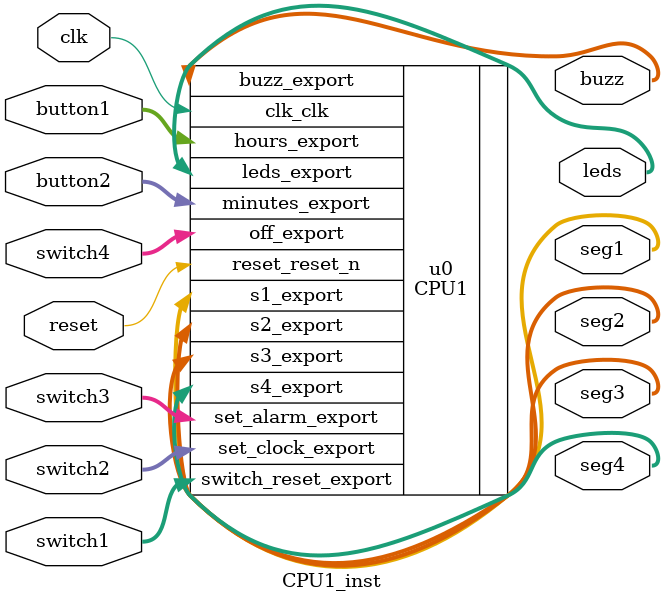
<source format=v>
module CPU1_inst (input clk, 
						reset, 
						output [1:0] leds,
						output [6:0] seg1,
						output [6:0] seg2,
						output [6:0] seg3,
						output [6:0] seg4,
						output [1:0] buzz,
						input  [1:0] switch1,
						input  [1:0] switch2,
						input  [1:0] switch3,
						input  [1:0] switch4,
						input  [1:0] button1,
						input  [1:0] button2 );

CPU1 u0 (
		.clk_clk       (clk),       //   clk.clk
		.reset_reset_n (reset), // reset.reset_n
		.leds_export   (leds), //  leds.export
		.s1_export (seg1),
		.s2_export (seg2),
		.s3_export (seg3),
		.s4_export (seg4),
		.buzz_export (buzz),
		.switch_reset_export(switch1),
		.set_clock_export(switch2),
		.set_alarm_export(switch3),
		.off_export(switch4),
		.hours_export(button1),
		.minutes_export(button2)
		
	);

endmodule 


</source>
